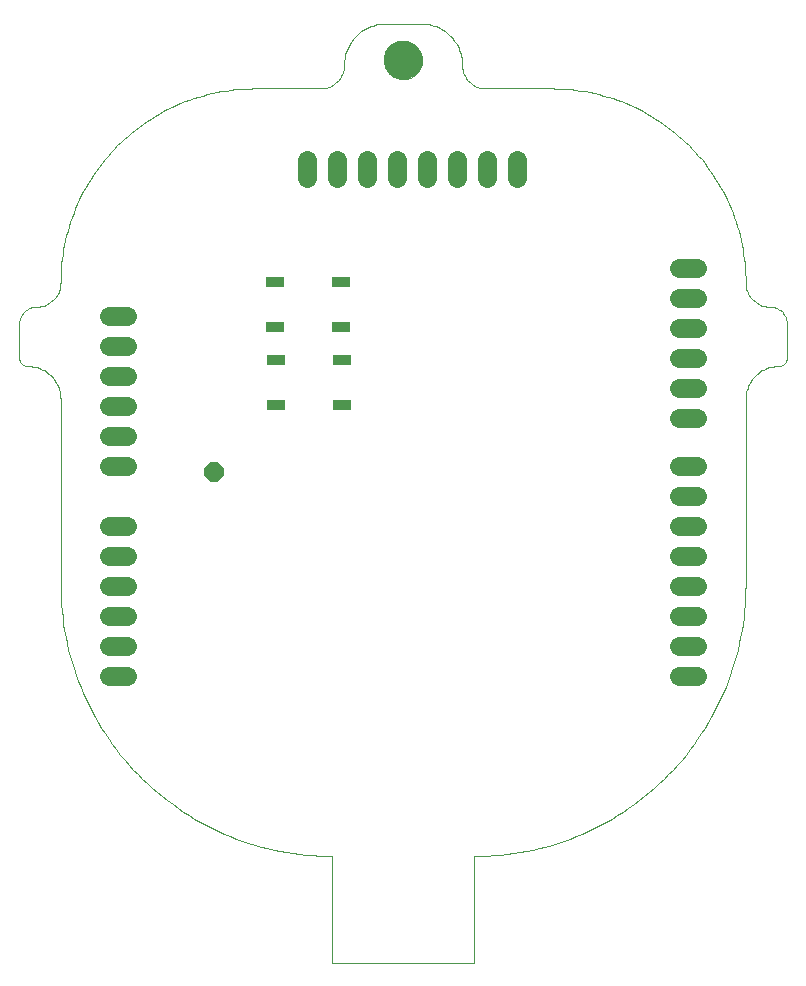
<source format=gbs>
G75*
%MOIN*%
%OFA0B0*%
%FSLAX24Y24*%
%IPPOS*%
%LPD*%
%AMOC8*
5,1,8,0,0,1.08239X$1,22.5*
%
%ADD10C,0.0000*%
%ADD11C,0.1300*%
%ADD12C,0.0640*%
%ADD13R,0.0640X0.0340*%
%ADD14OC8,0.0640*%
D10*
X010533Y001133D02*
X015257Y001133D01*
X015257Y004677D01*
X010533Y004677D02*
X010533Y001133D01*
X010533Y004677D02*
X010314Y004680D01*
X010096Y004688D01*
X009877Y004701D01*
X009659Y004719D01*
X009442Y004743D01*
X009225Y004772D01*
X009009Y004806D01*
X008793Y004846D01*
X008579Y004890D01*
X008366Y004940D01*
X008154Y004995D01*
X007944Y005055D01*
X007735Y005120D01*
X007528Y005190D01*
X007322Y005265D01*
X007118Y005345D01*
X006917Y005430D01*
X006717Y005520D01*
X006520Y005615D01*
X006325Y005714D01*
X006132Y005818D01*
X005942Y005927D01*
X005755Y006040D01*
X005571Y006158D01*
X005389Y006280D01*
X005211Y006406D01*
X005035Y006537D01*
X004863Y006672D01*
X004694Y006811D01*
X004528Y006954D01*
X004366Y007101D01*
X004208Y007252D01*
X004053Y007407D01*
X003902Y007565D01*
X003755Y007727D01*
X003612Y007893D01*
X003473Y008062D01*
X003338Y008234D01*
X003207Y008410D01*
X003081Y008588D01*
X002959Y008770D01*
X002841Y008954D01*
X002728Y009141D01*
X002619Y009331D01*
X002515Y009524D01*
X002416Y009719D01*
X002321Y009916D01*
X002231Y010116D01*
X002146Y010317D01*
X002066Y010521D01*
X001991Y010727D01*
X001921Y010934D01*
X001856Y011143D01*
X001796Y011353D01*
X001741Y011565D01*
X001691Y011778D01*
X001647Y011992D01*
X001607Y012208D01*
X001573Y012424D01*
X001544Y012641D01*
X001520Y012858D01*
X001502Y013076D01*
X001489Y013295D01*
X001481Y013513D01*
X001478Y013732D01*
X001478Y019916D01*
X001476Y019980D01*
X001471Y020044D01*
X001461Y020107D01*
X001448Y020170D01*
X001432Y020231D01*
X001412Y020292D01*
X001388Y020352D01*
X001361Y020410D01*
X001331Y020466D01*
X001297Y020520D01*
X001260Y020573D01*
X001221Y020623D01*
X001178Y020671D01*
X001133Y020716D01*
X001085Y020759D01*
X001035Y020798D01*
X000982Y020835D01*
X000928Y020869D01*
X000872Y020899D01*
X000814Y020926D01*
X000754Y020950D01*
X000693Y020970D01*
X000632Y020986D01*
X000569Y020999D01*
X000506Y021009D01*
X000442Y021014D01*
X000378Y021016D01*
X000347Y021018D01*
X000316Y021023D01*
X000286Y021032D01*
X000257Y021044D01*
X000230Y021059D01*
X000205Y021077D01*
X000181Y021097D01*
X000161Y021121D01*
X000143Y021146D01*
X000128Y021173D01*
X000116Y021202D01*
X000107Y021232D01*
X000102Y021263D01*
X000100Y021294D01*
X000100Y022427D01*
X000102Y022473D01*
X000108Y022519D01*
X000117Y022564D01*
X000130Y022608D01*
X000147Y022651D01*
X000167Y022692D01*
X000191Y022732D01*
X000217Y022769D01*
X000247Y022804D01*
X000280Y022837D01*
X000315Y022867D01*
X000352Y022893D01*
X000392Y022917D01*
X000433Y022937D01*
X000476Y022954D01*
X000520Y022967D01*
X000565Y022976D01*
X000611Y022982D01*
X000657Y022984D01*
X000713Y022986D01*
X000769Y022992D01*
X000824Y023001D01*
X000879Y023014D01*
X000932Y023031D01*
X000984Y023052D01*
X001035Y023076D01*
X001084Y023104D01*
X001130Y023134D01*
X001175Y023168D01*
X001217Y023205D01*
X001257Y023245D01*
X001294Y023287D01*
X001328Y023332D01*
X001358Y023378D01*
X001386Y023427D01*
X001410Y023478D01*
X001431Y023530D01*
X001448Y023583D01*
X001461Y023638D01*
X001470Y023693D01*
X001476Y023749D01*
X001478Y023805D01*
X001480Y023964D01*
X001486Y024122D01*
X001496Y024280D01*
X001509Y024438D01*
X001527Y024596D01*
X001548Y024753D01*
X001573Y024910D01*
X001602Y025066D01*
X001635Y025221D01*
X001672Y025375D01*
X001712Y025528D01*
X001756Y025681D01*
X001804Y025832D01*
X001856Y025982D01*
X001911Y026131D01*
X001970Y026278D01*
X002032Y026424D01*
X002098Y026568D01*
X002168Y026710D01*
X002241Y026851D01*
X002317Y026990D01*
X002397Y027127D01*
X002481Y027262D01*
X002567Y027395D01*
X002657Y027526D01*
X002750Y027654D01*
X002846Y027781D01*
X002945Y027904D01*
X003047Y028026D01*
X003152Y028145D01*
X003260Y028261D01*
X003371Y028374D01*
X003484Y028485D01*
X003600Y028593D01*
X003719Y028698D01*
X003841Y028800D01*
X003964Y028899D01*
X004091Y028995D01*
X004219Y029088D01*
X004350Y029178D01*
X004483Y029264D01*
X004618Y029348D01*
X004755Y029428D01*
X004894Y029504D01*
X005035Y029577D01*
X005177Y029647D01*
X005321Y029713D01*
X005467Y029775D01*
X005614Y029834D01*
X005763Y029889D01*
X005913Y029941D01*
X006064Y029989D01*
X006217Y030033D01*
X006370Y030073D01*
X006524Y030110D01*
X006679Y030143D01*
X006835Y030172D01*
X006992Y030197D01*
X007149Y030218D01*
X007307Y030236D01*
X007465Y030249D01*
X007623Y030259D01*
X007781Y030265D01*
X007940Y030267D01*
X010125Y030267D01*
X010139Y030268D02*
X010193Y030270D01*
X010246Y030275D01*
X010299Y030284D01*
X010351Y030297D01*
X010403Y030313D01*
X010453Y030333D01*
X010501Y030356D01*
X010548Y030383D01*
X010593Y030412D01*
X010636Y030445D01*
X010676Y030480D01*
X010714Y030518D01*
X010749Y030558D01*
X010782Y030601D01*
X010811Y030646D01*
X010838Y030693D01*
X010861Y030741D01*
X010881Y030791D01*
X010897Y030843D01*
X010910Y030895D01*
X010919Y030948D01*
X010924Y031001D01*
X010926Y031055D01*
X010927Y031055D02*
X010929Y031127D01*
X010935Y031199D01*
X010944Y031271D01*
X010957Y031342D01*
X010974Y031412D01*
X010994Y031481D01*
X011019Y031549D01*
X011046Y031615D01*
X011077Y031681D01*
X011112Y031744D01*
X011149Y031806D01*
X011190Y031865D01*
X011234Y031922D01*
X011281Y031977D01*
X011331Y032029D01*
X011383Y032079D01*
X011438Y032126D01*
X011495Y032170D01*
X011554Y032211D01*
X011616Y032248D01*
X011679Y032283D01*
X011745Y032314D01*
X011811Y032341D01*
X011879Y032366D01*
X011948Y032386D01*
X012018Y032403D01*
X012089Y032416D01*
X012161Y032425D01*
X012233Y032431D01*
X012305Y032433D01*
X013486Y032433D01*
X012265Y031205D02*
X012267Y031255D01*
X012273Y031305D01*
X012283Y031354D01*
X012297Y031402D01*
X012314Y031449D01*
X012335Y031494D01*
X012360Y031538D01*
X012388Y031579D01*
X012420Y031618D01*
X012454Y031655D01*
X012491Y031689D01*
X012531Y031719D01*
X012573Y031746D01*
X012617Y031770D01*
X012663Y031791D01*
X012710Y031807D01*
X012758Y031820D01*
X012808Y031829D01*
X012857Y031834D01*
X012908Y031835D01*
X012958Y031832D01*
X013007Y031825D01*
X013056Y031814D01*
X013104Y031799D01*
X013150Y031781D01*
X013195Y031759D01*
X013238Y031733D01*
X013279Y031704D01*
X013318Y031672D01*
X013354Y031637D01*
X013386Y031599D01*
X013416Y031559D01*
X013443Y031516D01*
X013466Y031472D01*
X013485Y031426D01*
X013501Y031378D01*
X013513Y031329D01*
X013521Y031280D01*
X013525Y031230D01*
X013525Y031180D01*
X013521Y031130D01*
X013513Y031081D01*
X013501Y031032D01*
X013485Y030984D01*
X013466Y030938D01*
X013443Y030894D01*
X013416Y030851D01*
X013386Y030811D01*
X013354Y030773D01*
X013318Y030738D01*
X013279Y030706D01*
X013238Y030677D01*
X013195Y030651D01*
X013150Y030629D01*
X013104Y030611D01*
X013056Y030596D01*
X013007Y030585D01*
X012958Y030578D01*
X012908Y030575D01*
X012857Y030576D01*
X012808Y030581D01*
X012758Y030590D01*
X012710Y030603D01*
X012663Y030619D01*
X012617Y030640D01*
X012573Y030664D01*
X012531Y030691D01*
X012491Y030721D01*
X012454Y030755D01*
X012420Y030792D01*
X012388Y030831D01*
X012360Y030872D01*
X012335Y030916D01*
X012314Y030961D01*
X012297Y031008D01*
X012283Y031056D01*
X012273Y031105D01*
X012267Y031155D01*
X012265Y031205D01*
X013486Y032433D02*
X013558Y032431D01*
X013630Y032425D01*
X013702Y032416D01*
X013773Y032403D01*
X013843Y032386D01*
X013912Y032366D01*
X013980Y032341D01*
X014046Y032314D01*
X014112Y032283D01*
X014175Y032248D01*
X014237Y032211D01*
X014296Y032170D01*
X014353Y032126D01*
X014408Y032079D01*
X014460Y032029D01*
X014510Y031977D01*
X014557Y031922D01*
X014601Y031865D01*
X014642Y031806D01*
X014679Y031744D01*
X014714Y031681D01*
X014745Y031615D01*
X014772Y031549D01*
X014797Y031481D01*
X014817Y031412D01*
X014834Y031342D01*
X014847Y031271D01*
X014856Y031199D01*
X014862Y031127D01*
X014864Y031055D01*
X014866Y031001D01*
X014871Y030948D01*
X014880Y030895D01*
X014893Y030843D01*
X014909Y030791D01*
X014929Y030741D01*
X014952Y030693D01*
X014979Y030646D01*
X015008Y030601D01*
X015041Y030558D01*
X015076Y030518D01*
X015114Y030480D01*
X015154Y030445D01*
X015197Y030412D01*
X015242Y030383D01*
X015289Y030356D01*
X015337Y030333D01*
X015387Y030313D01*
X015439Y030297D01*
X015491Y030284D01*
X015544Y030275D01*
X015597Y030270D01*
X015651Y030268D01*
X015665Y030267D02*
X017850Y030267D01*
X018009Y030265D01*
X018167Y030259D01*
X018325Y030249D01*
X018483Y030236D01*
X018641Y030218D01*
X018798Y030197D01*
X018955Y030172D01*
X019111Y030143D01*
X019266Y030110D01*
X019420Y030073D01*
X019573Y030033D01*
X019726Y029989D01*
X019877Y029941D01*
X020027Y029889D01*
X020176Y029834D01*
X020323Y029775D01*
X020469Y029713D01*
X020613Y029647D01*
X020755Y029577D01*
X020896Y029504D01*
X021035Y029428D01*
X021172Y029348D01*
X021307Y029264D01*
X021440Y029178D01*
X021571Y029088D01*
X021699Y028995D01*
X021826Y028899D01*
X021949Y028800D01*
X022071Y028698D01*
X022190Y028593D01*
X022306Y028485D01*
X022419Y028374D01*
X022530Y028261D01*
X022638Y028145D01*
X022743Y028026D01*
X022845Y027904D01*
X022944Y027781D01*
X023040Y027654D01*
X023133Y027526D01*
X023223Y027395D01*
X023309Y027262D01*
X023393Y027127D01*
X023473Y026990D01*
X023549Y026851D01*
X023622Y026710D01*
X023692Y026568D01*
X023758Y026424D01*
X023820Y026278D01*
X023879Y026131D01*
X023934Y025982D01*
X023986Y025832D01*
X024034Y025681D01*
X024078Y025528D01*
X024118Y025375D01*
X024155Y025221D01*
X024188Y025066D01*
X024217Y024910D01*
X024242Y024753D01*
X024263Y024596D01*
X024281Y024438D01*
X024294Y024280D01*
X024304Y024122D01*
X024310Y023964D01*
X024312Y023805D01*
X024313Y023805D02*
X024315Y023749D01*
X024321Y023693D01*
X024330Y023638D01*
X024343Y023583D01*
X024360Y023530D01*
X024381Y023478D01*
X024405Y023427D01*
X024433Y023378D01*
X024463Y023332D01*
X024497Y023287D01*
X024534Y023245D01*
X024574Y023205D01*
X024616Y023168D01*
X024661Y023134D01*
X024707Y023104D01*
X024756Y023076D01*
X024807Y023052D01*
X024859Y023031D01*
X024912Y023014D01*
X024967Y023001D01*
X025022Y022992D01*
X025078Y022986D01*
X025134Y022984D01*
X025180Y022982D01*
X025226Y022976D01*
X025271Y022967D01*
X025315Y022954D01*
X025358Y022937D01*
X025399Y022917D01*
X025439Y022893D01*
X025476Y022867D01*
X025511Y022837D01*
X025544Y022804D01*
X025574Y022769D01*
X025600Y022732D01*
X025624Y022692D01*
X025644Y022651D01*
X025661Y022608D01*
X025674Y022564D01*
X025683Y022519D01*
X025689Y022473D01*
X025691Y022427D01*
X025691Y021294D01*
X025690Y021294D02*
X025688Y021263D01*
X025683Y021232D01*
X025674Y021202D01*
X025662Y021173D01*
X025647Y021146D01*
X025629Y021121D01*
X025609Y021097D01*
X025585Y021077D01*
X025560Y021059D01*
X025533Y021044D01*
X025504Y021032D01*
X025474Y021023D01*
X025443Y021018D01*
X025412Y021016D01*
X025348Y021014D01*
X025284Y021009D01*
X025221Y020999D01*
X025158Y020986D01*
X025097Y020970D01*
X025036Y020950D01*
X024976Y020926D01*
X024918Y020899D01*
X024862Y020869D01*
X024808Y020835D01*
X024755Y020798D01*
X024705Y020759D01*
X024657Y020716D01*
X024612Y020671D01*
X024569Y020623D01*
X024530Y020573D01*
X024493Y020520D01*
X024459Y020466D01*
X024429Y020410D01*
X024402Y020352D01*
X024378Y020292D01*
X024358Y020231D01*
X024342Y020170D01*
X024329Y020107D01*
X024319Y020044D01*
X024314Y019980D01*
X024312Y019916D01*
X024313Y019916D02*
X024313Y013732D01*
X024312Y013732D02*
X024309Y013513D01*
X024301Y013295D01*
X024288Y013076D01*
X024270Y012858D01*
X024246Y012641D01*
X024217Y012424D01*
X024183Y012208D01*
X024143Y011992D01*
X024099Y011778D01*
X024049Y011565D01*
X023994Y011353D01*
X023934Y011143D01*
X023869Y010934D01*
X023799Y010727D01*
X023724Y010521D01*
X023644Y010317D01*
X023559Y010116D01*
X023469Y009916D01*
X023374Y009719D01*
X023275Y009524D01*
X023171Y009331D01*
X023062Y009141D01*
X022949Y008954D01*
X022831Y008770D01*
X022709Y008588D01*
X022583Y008410D01*
X022452Y008234D01*
X022317Y008062D01*
X022178Y007893D01*
X022035Y007727D01*
X021888Y007565D01*
X021737Y007407D01*
X021582Y007252D01*
X021424Y007101D01*
X021262Y006954D01*
X021096Y006811D01*
X020927Y006672D01*
X020755Y006537D01*
X020579Y006406D01*
X020401Y006280D01*
X020219Y006158D01*
X020035Y006040D01*
X019848Y005927D01*
X019658Y005818D01*
X019465Y005714D01*
X019270Y005615D01*
X019073Y005520D01*
X018873Y005430D01*
X018672Y005345D01*
X018468Y005265D01*
X018262Y005190D01*
X018055Y005120D01*
X017846Y005055D01*
X017636Y004995D01*
X017424Y004940D01*
X017211Y004890D01*
X016997Y004846D01*
X016781Y004806D01*
X016565Y004772D01*
X016348Y004743D01*
X016131Y004719D01*
X015913Y004701D01*
X015694Y004688D01*
X015476Y004680D01*
X015257Y004677D01*
D11*
X012895Y031205D03*
D12*
X003703Y010683D02*
X003103Y010683D01*
X003103Y011683D02*
X003703Y011683D01*
X003703Y012683D02*
X003103Y012683D01*
X003103Y013683D02*
X003703Y013683D01*
X003703Y014683D02*
X003103Y014683D01*
X003103Y015683D02*
X003703Y015683D01*
X003703Y017683D02*
X003103Y017683D01*
X003103Y018683D02*
X003703Y018683D01*
X003703Y019683D02*
X003103Y019683D01*
X003103Y020683D02*
X003703Y020683D01*
X003703Y021683D02*
X003103Y021683D01*
X003103Y022683D02*
X003703Y022683D01*
X009702Y027271D02*
X009702Y027871D01*
X010702Y027871D02*
X010702Y027271D01*
X011702Y027271D02*
X011702Y027871D01*
X012702Y027871D02*
X012702Y027271D01*
X013702Y027271D02*
X013702Y027871D01*
X014702Y027871D02*
X014702Y027271D01*
X015702Y027271D02*
X015702Y027871D01*
X016702Y027871D02*
X016702Y027271D01*
X022103Y024283D02*
X022703Y024283D01*
X022703Y023283D02*
X022103Y023283D01*
X022103Y022283D02*
X022703Y022283D01*
X022703Y021283D02*
X022103Y021283D01*
X022103Y020283D02*
X022703Y020283D01*
X022703Y019283D02*
X022103Y019283D01*
X022103Y017683D02*
X022703Y017683D01*
X022703Y016683D02*
X022103Y016683D01*
X022103Y015683D02*
X022703Y015683D01*
X022703Y014683D02*
X022103Y014683D01*
X022103Y013683D02*
X022703Y013683D01*
X022703Y012683D02*
X022103Y012683D01*
X022103Y011683D02*
X022703Y011683D01*
X022703Y010683D02*
X022103Y010683D01*
D13*
X010862Y019713D03*
X010862Y021213D03*
X010832Y022333D03*
X010832Y023833D03*
X008632Y023833D03*
X008632Y022333D03*
X008662Y021213D03*
X008662Y019713D03*
D14*
X006596Y017472D03*
M02*

</source>
